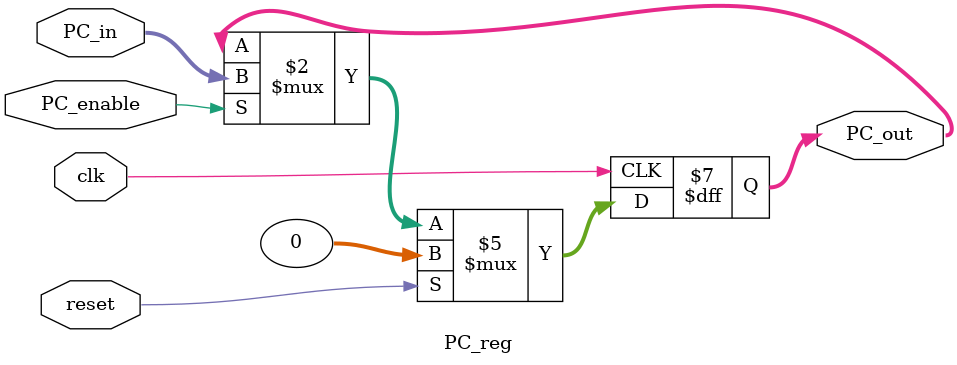
<source format=v>
`timescale 1ns / 1ps
module PC_reg( PC_in, PC_out, PC_enable, reset, clk
    );

	 input [31:0] PC_in;
	 input reset, clk, PC_enable;
	 output reg [31:0] PC_out;

	always@(posedge clk)
		begin
			if(reset)
			begin
			PC_out <= 32'd0;
			end
			
			else
			if(PC_enable)
			begin
			PC_out <= PC_in;
			end
		end

endmodule

</source>
